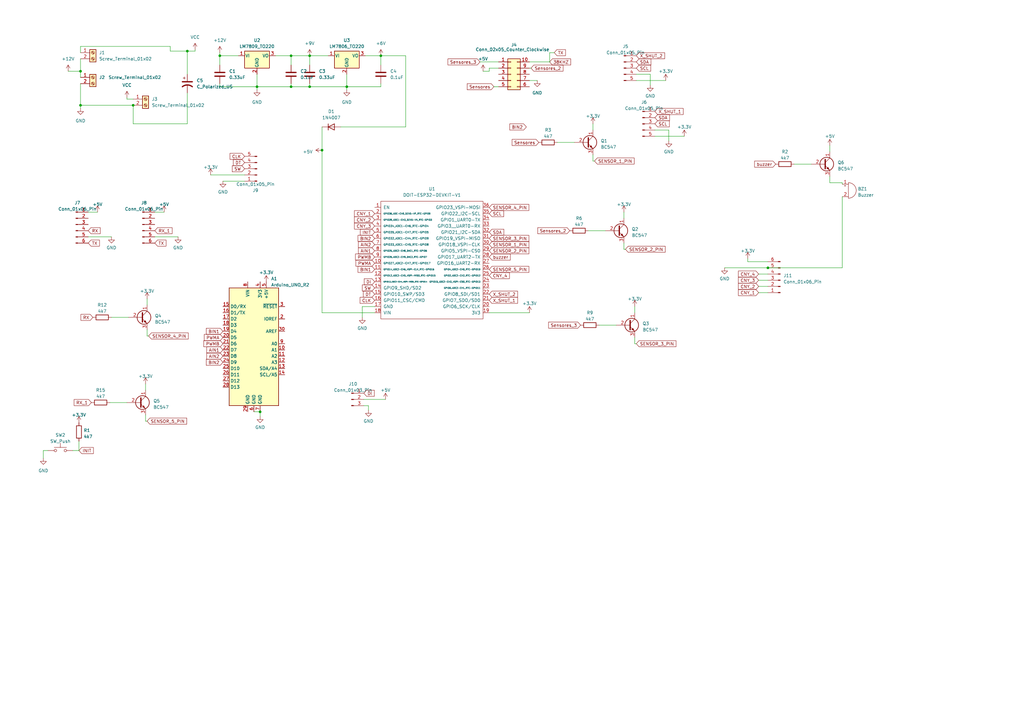
<source format=kicad_sch>
(kicad_sch (version 20230121) (generator eeschema)
  (paper "A3")
  (lib_symbols
    (symbol "Connector:Conn_01x03_Pin" (pin_names (offset 1.016) hide)
      (property "Reference" "J" (at 0 5.08 0))
      (property "Value" "Conn_01x03_Pin" (at 0 -5.08 0))
      (symbol "Conn_01x03_Pin_1_1"
        (polyline (pts (xy 1.27 -2.54) (xy 0.8636 -2.54)) (stroke (width 0.1524)))
        (polyline (pts (xy 1.27 0) (xy 0.8636 0)) (stroke (width 0.1524)))
        (polyline (pts (xy 1.27 2.54) (xy 0.8636 2.54)) (stroke (width 0.1524)))
        (rectangle (start 0.8636 -2.413) (end 0 -2.667) (stroke (width 0.1524)) (fill (type outline)))
        (rectangle (start 0.8636 0.127) (end 0 -0.127) (stroke (width 0.1524)) (fill (type outline)))
        (rectangle (start 0.8636 2.667) (end 0 2.413) (stroke (width 0.1524)) (fill (type outline)))
        (pin passive line (at 5.08 2.54 180) (length 3.81) (name "Pin_1") (number "1"))
        (pin passive line (at 5.08 0 180) (length 3.81) (name "Pin_2") (number "2"))
        (pin passive line (at 5.08 -2.54 180) (length 3.81) (name "Pin_3") (number "3"))
      )
    )
    (symbol "Connector:Conn_01x05_Pin" (pin_names (offset 1.016) hide)
      (property "Reference" "J" (at 0 7.62 0))
      (property "Value" "Conn_01x05_Pin" (at 0 -7.62 0))
      (symbol "Conn_01x05_Pin_1_1"
        (polyline (pts (xy 1.27 -5.08) (xy 0.8636 -5.08)) (stroke (width 0.1524)))
        (polyline (pts (xy 1.27 -2.54) (xy 0.8636 -2.54)) (stroke (width 0.1524)))
        (polyline (pts (xy 1.27 0) (xy 0.8636 0)) (stroke (width 0.1524)))
        (polyline (pts (xy 1.27 2.54) (xy 0.8636 2.54)) (stroke (width 0.1524)))
        (polyline (pts (xy 1.27 5.08) (xy 0.8636 5.08)) (stroke (width 0.1524)))
        (rectangle (start 0.8636 -4.953) (end 0 -5.207) (stroke (width 0.1524)) (fill (type outline)))
        (rectangle (start 0.8636 -2.413) (end 0 -2.667) (stroke (width 0.1524)) (fill (type outline)))
        (rectangle (start 0.8636 0.127) (end 0 -0.127) (stroke (width 0.1524)) (fill (type outline)))
        (rectangle (start 0.8636 2.667) (end 0 2.413) (stroke (width 0.1524)) (fill (type outline)))
        (rectangle (start 0.8636 5.207) (end 0 4.953) (stroke (width 0.1524)) (fill (type outline)))
        (pin passive line (at 5.08 5.08 180) (length 3.81) (name "Pin_1") (number "1"))
        (pin passive line (at 5.08 2.54 180) (length 3.81) (name "Pin_2") (number "2"))
        (pin passive line (at 5.08 0 180) (length 3.81) (name "Pin_3") (number "3"))
        (pin passive line (at 5.08 -2.54 180) (length 3.81) (name "Pin_4") (number "4"))
        (pin passive line (at 5.08 -5.08 180) (length 3.81) (name "Pin_5") (number "5"))
      )
    )
    (symbol "Connector:Conn_01x06_Pin" (pin_names (offset 1.016) hide)
      (property "Reference" "J" (at 0 7.62 0))
      (property "Value" "Conn_01x06_Pin" (at 0 -10.16 0))
      (symbol "Conn_01x06_Pin_1_1"
        (polyline (pts (xy 1.27 -7.62) (xy 0.8636 -7.62)) (stroke (width 0.1524)))
        (polyline (pts (xy 1.27 -5.08) (xy 0.8636 -5.08)) (stroke (width 0.1524)))
        (polyline (pts (xy 1.27 -2.54) (xy 0.8636 -2.54)) (stroke (width 0.1524)))
        (polyline (pts (xy 1.27 0) (xy 0.8636 0)) (stroke (width 0.1524)))
        (polyline (pts (xy 1.27 2.54) (xy 0.8636 2.54)) (stroke (width 0.1524)))
        (polyline (pts (xy 1.27 5.08) (xy 0.8636 5.08)) (stroke (width 0.1524)))
        (rectangle (start 0.8636 -7.493) (end 0 -7.747) (stroke (width 0.1524)) (fill (type outline)))
        (rectangle (start 0.8636 -4.953) (end 0 -5.207) (stroke (width 0.1524)) (fill (type outline)))
        (rectangle (start 0.8636 -2.413) (end 0 -2.667) (stroke (width 0.1524)) (fill (type outline)))
        (rectangle (start 0.8636 0.127) (end 0 -0.127) (stroke (width 0.1524)) (fill (type outline)))
        (rectangle (start 0.8636 2.667) (end 0 2.413) (stroke (width 0.1524)) (fill (type outline)))
        (rectangle (start 0.8636 5.207) (end 0 4.953) (stroke (width 0.1524)) (fill (type outline)))
        (pin passive line (at 5.08 5.08 180) (length 3.81) (name "Pin_1") (number "1"))
        (pin passive line (at 5.08 2.54 180) (length 3.81) (name "Pin_2") (number "2"))
        (pin passive line (at 5.08 0 180) (length 3.81) (name "Pin_3") (number "3"))
        (pin passive line (at 5.08 -2.54 180) (length 3.81) (name "Pin_4") (number "4"))
        (pin passive line (at 5.08 -5.08 180) (length 3.81) (name "Pin_5") (number "5"))
        (pin passive line (at 5.08 -7.62 180) (length 3.81) (name "Pin_6") (number "6"))
      )
    )
    (symbol "Connector:Screw_Terminal_01x02" (pin_names (offset 1.016) hide)
      (property "Reference" "J" (at 0 2.54 0))
      (property "Value" "Screw_Terminal_01x02" (at 0 -5.08 0))
      (symbol "Screw_Terminal_01x02_1_1"
        (rectangle (start -1.27 1.27) (end 1.27 -3.81) (stroke (width 0.254)) (fill (type background)))
        (circle (center 0 -2.54) (radius 0.635) (stroke (width 0.1524)))
        (polyline (pts (xy -0.5334 -2.2098) (xy 0.3302 -3.048)) (stroke (width 0.1524)))
        (polyline (pts (xy -0.5334 0.3302) (xy 0.3302 -0.508)) (stroke (width 0.1524)))
        (polyline (pts (xy -0.3556 -2.032) (xy 0.508 -2.8702)) (stroke (width 0.1524)))
        (polyline (pts (xy -0.3556 0.508) (xy 0.508 -0.3302)) (stroke (width 0.1524)))
        (circle (center 0 0) (radius 0.635) (stroke (width 0.1524)))
        (pin passive line (at -5.08 0 0) (length 3.81) (name "Pin_1") (number "1"))
        (pin passive line (at -5.08 -2.54 0) (length 3.81) (name "Pin_2") (number "2"))
      )
    )
    (symbol "Connector_Generic:Conn_02x05_Counter_Clockwise" (pin_names (offset 1.016) hide)
      (property "Reference" "J" (at 1.27 7.62 0))
      (property "Value" "Conn_02x05_Counter_Clockwise" (at 1.27 -7.62 0))
      (symbol "Conn_02x05_Counter_Clockwise_1_1"
        (rectangle (start -1.27 -4.953) (end 0 -5.207) (stroke (width 0.1524)))
        (rectangle (start -1.27 -2.413) (end 0 -2.667) (stroke (width 0.1524)))
        (rectangle (start -1.27 0.127) (end 0 -0.127) (stroke (width 0.1524)))
        (rectangle (start -1.27 2.667) (end 0 2.413) (stroke (width 0.1524)))
        (rectangle (start -1.27 5.207) (end 0 4.953) (stroke (width 0.1524)))
        (rectangle (start -1.27 6.35) (end 3.81 -6.35) (stroke (width 0.254)) (fill (type background)))
        (rectangle (start 3.81 -4.953) (end 2.54 -5.207) (stroke (width 0.1524)))
        (rectangle (start 3.81 -2.413) (end 2.54 -2.667) (stroke (width 0.1524)))
        (rectangle (start 3.81 0.127) (end 2.54 -0.127) (stroke (width 0.1524)))
        (rectangle (start 3.81 2.667) (end 2.54 2.413) (stroke (width 0.1524)))
        (rectangle (start 3.81 5.207) (end 2.54 4.953) (stroke (width 0.1524)))
        (pin passive line (at -5.08 5.08 0) (length 3.81) (name "Pin_1") (number "1"))
        (pin passive line (at 7.62 5.08 180) (length 3.81) (name "Pin_10") (number "10"))
        (pin passive line (at -5.08 2.54 0) (length 3.81) (name "Pin_2") (number "2"))
        (pin passive line (at -5.08 0 0) (length 3.81) (name "Pin_3") (number "3"))
        (pin passive line (at -5.08 -2.54 0) (length 3.81) (name "Pin_4") (number "4"))
        (pin passive line (at -5.08 -5.08 0) (length 3.81) (name "Pin_5") (number "5"))
        (pin passive line (at 7.62 -5.08 180) (length 3.81) (name "Pin_6") (number "6"))
        (pin passive line (at 7.62 -2.54 180) (length 3.81) (name "Pin_7") (number "7"))
        (pin passive line (at 7.62 0 180) (length 3.81) (name "Pin_8") (number "8"))
        (pin passive line (at 7.62 2.54 180) (length 3.81) (name "Pin_9") (number "9"))
      )
    )
    (symbol "Device:Buzzer" (pin_names (offset 0.0254) hide)
      (property "Reference" "BZ" (at 3.81 1.27 0))
      (property "Value" "Buzzer" (at 3.81 -1.27 0))
      (symbol "Buzzer_0_1"
        (arc (start 0 -3.175) (mid 3.1612 0) (end 0 3.175))
        (polyline (pts (xy -1.651 1.905) (xy -1.143 1.905)))
        (polyline (pts (xy -1.397 2.159) (xy -1.397 1.651)))
        (polyline (pts (xy 0 3.175) (xy 0 -3.175)))
      )
      (symbol "Buzzer_1_1"
        (pin passive line (at -2.54 2.54 0) (length 2.54) (name "-") (number "1"))
        (pin passive line (at -2.54 -2.54 0) (length 2.54) (name "+") (number "2"))
      )
    )
    (symbol "Device:C" (pin_numbers hide) (pin_names (offset 0.254))
      (property "Reference" "C" (at 0.635 2.54 0))
      (property "Value" "C" (at 0.635 -2.54 0))
      (symbol "C_0_1"
        (polyline (pts (xy -2.032 -0.762) (xy 2.032 -0.762)) (stroke (width 0.508)))
        (polyline (pts (xy -2.032 0.762) (xy 2.032 0.762)) (stroke (width 0.508)))
      )
      (symbol "C_1_1"
        (pin passive line (at 0 3.81 270) (length 2.794) (name "~") (number "1"))
        (pin passive line (at 0 -3.81 90) (length 2.794) (name "~") (number "2"))
      )
    )
    (symbol "Device:C_Polarized_US" (pin_numbers hide) (pin_names (offset 0.254) hide)
      (property "Reference" "C" (at 0.635 2.54 0))
      (property "Value" "C_Polarized_US" (at 0.635 -2.54 0))
      (symbol "C_Polarized_US_0_1"
        (polyline (pts (xy -2.032 0.762) (xy 2.032 0.762)) (stroke (width 0.508)))
        (polyline (pts (xy -1.778 2.286) (xy -0.762 2.286)))
        (polyline (pts (xy -1.27 1.778) (xy -1.27 2.794)))
        (arc (start 2.032 -1.27) (mid 0 -0.5572) (end -2.032 -1.27) (stroke (width 0.508)))
      )
      (symbol "C_Polarized_US_1_1"
        (pin passive line (at 0 3.81 270) (length 2.794) (name "~") (number "1"))
        (pin passive line (at 0 -3.81 90) (length 3.302) (name "~") (number "2"))
      )
    )
    (symbol "Device:R" (pin_numbers hide) (pin_names (offset 0))
      (property "Reference" "R" (at 2.032 0 90))
      (property "Value" "R" (at 0 0 90))
      (symbol "R_0_1"
        (rectangle (start -1.016 -2.54) (end 1.016 2.54) (stroke (width 0.254)))
      )
      (symbol "R_1_1"
        (pin passive line (at 0 3.81 270) (length 1.27) (name "~") (number "1"))
        (pin passive line (at 0 -3.81 90) (length 1.27) (name "~") (number "2"))
      )
    )
    (symbol "Diode:1N4007" (pin_numbers hide) (pin_names hide)
      (property "Reference" "D" (at 0 2.54 0))
      (property "Value" "1N4007" (at 0 -2.54 0))
      (symbol "1N4007_0_1"
        (polyline (pts (xy -1.27 1.27) (xy -1.27 -1.27)) (stroke (width 0.254)))
        (polyline (pts (xy 1.27 0) (xy -1.27 0)))
        (polyline (pts (xy 1.27 1.27) (xy 1.27 -1.27) (xy -1.27 0) (xy 1.27 1.27)) (stroke (width 0.254)))
      )
      (symbol "1N4007_1_1"
        (pin passive line (at -3.81 0 0) (length 2.54) (name "K") (number "1"))
        (pin passive line (at 3.81 0 180) (length 2.54) (name "A") (number "2"))
      )
    )
    (symbol "GND_4" (power) (pin_names (offset 0))
      (property "Value" "GND_4" (at 0 -3.81 0))
      (symbol "GND_4_0_1"
        (polyline (pts (xy 0 0) (xy 0 -1.27) (xy 1.27 -1.27) (xy 0 -2.54) (xy -1.27 -1.27) (xy 0 -1.27)))
      )
      (symbol "GND_4_1_1"
        (pin power_in line (at 0 0 270) (length 0) hide (name "GND") (number "1"))
      )
    )
    (symbol "MCU_Module:Arduino_UNO_R2"
      (property "Reference" "A" (at -10.16 23.495 0))
      (property "Value" "Arduino_UNO_R2" (at 5.08 -26.67 0))
      (symbol "Arduino_UNO_R2_0_1"
        (rectangle (start -10.16 22.86) (end 10.16 -25.4) (stroke (width 0.254)) (fill (type background)))
      )
      (symbol "Arduino_UNO_R2_1_1"
        (pin no_connect line (at -10.16 -20.32 0) (length 2.54) hide (name "NC") (number "1"))
        (pin bidirectional line (at 12.7 -2.54 180) (length 2.54) (name "A1") (number "10"))
        (pin bidirectional line (at 12.7 -5.08 180) (length 2.54) (name "A2") (number "11"))
        (pin bidirectional line (at 12.7 -7.62 180) (length 2.54) (name "A3") (number "12"))
        (pin bidirectional line (at 12.7 -10.16 180) (length 2.54) (name "SDA/A4") (number "13"))
        (pin bidirectional line (at 12.7 -12.7 180) (length 2.54) (name "SCL/A5") (number "14"))
        (pin bidirectional line (at -12.7 15.24 0) (length 2.54) (name "D0/RX") (number "15"))
        (pin bidirectional line (at -12.7 12.7 0) (length 2.54) (name "D1/TX") (number "16"))
        (pin bidirectional line (at -12.7 10.16 0) (length 2.54) (name "D2") (number "17"))
        (pin bidirectional line (at -12.7 7.62 0) (length 2.54) (name "D3") (number "18"))
        (pin bidirectional line (at -12.7 5.08 0) (length 2.54) (name "D4") (number "19"))
        (pin output line (at 12.7 10.16 180) (length 2.54) (name "IOREF") (number "2"))
        (pin bidirectional line (at -12.7 2.54 0) (length 2.54) (name "D5") (number "20"))
        (pin bidirectional line (at -12.7 0 0) (length 2.54) (name "D6") (number "21"))
        (pin bidirectional line (at -12.7 -2.54 0) (length 2.54) (name "D7") (number "22"))
        (pin bidirectional line (at -12.7 -5.08 0) (length 2.54) (name "D8") (number "23"))
        (pin bidirectional line (at -12.7 -7.62 0) (length 2.54) (name "D9") (number "24"))
        (pin bidirectional line (at -12.7 -10.16 0) (length 2.54) (name "D10") (number "25"))
        (pin bidirectional line (at -12.7 -12.7 0) (length 2.54) (name "D11") (number "26"))
        (pin bidirectional line (at -12.7 -15.24 0) (length 2.54) (name "D12") (number "27"))
        (pin bidirectional line (at -12.7 -17.78 0) (length 2.54) (name "D13") (number "28"))
        (pin power_in line (at -2.54 -27.94 90) (length 2.54) (name "GND") (number "29"))
        (pin input line (at 12.7 15.24 180) (length 2.54) (name "~{RESET}") (number "3"))
        (pin input line (at 12.7 5.08 180) (length 2.54) (name "AREF") (number "30"))
        (pin power_out line (at 2.54 25.4 270) (length 2.54) (name "3V3") (number "4"))
        (pin power_out line (at 5.08 25.4 270) (length 2.54) (name "+5V") (number "5"))
        (pin power_in line (at 0 -27.94 90) (length 2.54) (name "GND") (number "6"))
        (pin power_in line (at 2.54 -27.94 90) (length 2.54) (name "GND") (number "7"))
        (pin power_in line (at -2.54 25.4 270) (length 2.54) (name "VIN") (number "8"))
        (pin bidirectional line (at 12.7 0 180) (length 2.54) (name "A0") (number "9"))
      )
    )
    (symbol "Regulator_Linear:LM7806_TO220" (pin_names (offset 0.254))
      (property "Reference" "U" (at -3.81 3.175 0))
      (property "Value" "LM7806_TO220" (at 0 3.175 0))
      (symbol "LM7806_TO220_0_1"
        (rectangle (start -5.08 1.905) (end 5.08 -5.08) (stroke (width 0.254)) (fill (type background)))
      )
      (symbol "LM7806_TO220_1_1"
        (pin power_in line (at -7.62 0 0) (length 2.54) (name "VI") (number "1"))
        (pin power_in line (at 0 -7.62 90) (length 2.54) (name "GND") (number "2"))
        (pin power_out line (at 7.62 0 180) (length 2.54) (name "VO") (number "3"))
      )
    )
    (symbol "Regulator_Linear:LM7809_TO220" (pin_names (offset 0.254))
      (property "Reference" "U" (at -3.81 3.175 0))
      (property "Value" "LM7809_TO220" (at 0 3.175 0))
      (symbol "LM7809_TO220_0_1"
        (rectangle (start -5.08 1.905) (end 5.08 -5.08) (stroke (width 0.254)) (fill (type background)))
      )
      (symbol "LM7809_TO220_1_1"
        (pin power_in line (at -7.62 0 0) (length 2.54) (name "VI") (number "1"))
        (pin power_in line (at 0 -7.62 90) (length 2.54) (name "GND") (number "2"))
        (pin power_out line (at 7.62 0 180) (length 2.54) (name "VO") (number "3"))
      )
    )
    (symbol "Switch:SW_Push" (pin_numbers hide) (pin_names (offset 1.016) hide)
      (property "Reference" "SW" (at 1.27 2.54 0))
      (property "Value" "SW_Push" (at 0 -1.524 0))
      (symbol "SW_Push_0_1"
        (circle (center -2.032 0) (radius 0.508))
        (polyline (pts (xy 0 1.27) (xy 0 3.048)))
        (polyline (pts (xy 2.54 1.27) (xy -2.54 1.27)))
        (circle (center 2.032 0) (radius 0.508))
        (pin passive line (at -5.08 0 0) (length 2.54) (name "1") (number "1"))
        (pin passive line (at 5.08 0 180) (length 2.54) (name "2") (number "2"))
      )
    )
    (symbol "Transistor_BJT:BC547" (pin_names (offset 0) hide)
      (property "Reference" "Q" (at 5.08 1.905 0))
      (property "Value" "BC547" (at 5.08 0 0))
      (symbol "BC547_0_1"
        (polyline (pts (xy 0 0) (xy 0.635 0)))
        (polyline (pts (xy 0.635 0.635) (xy 2.54 2.54)))
        (polyline (pts (xy 0.635 -0.635) (xy 2.54 -2.54) (xy 2.54 -2.54)))
        (polyline (pts (xy 0.635 1.905) (xy 0.635 -1.905) (xy 0.635 -1.905)) (stroke (width 0.508)))
        (polyline (pts (xy 1.27 -1.778) (xy 1.778 -1.27) (xy 2.286 -2.286) (xy 1.27 -1.778) (xy 1.27 -1.778)) (fill (type outline)))
        (circle (center 1.27 0) (radius 2.8194) (stroke (width 0.254)))
      )
      (symbol "BC547_1_1"
        (pin passive line (at 2.54 5.08 270) (length 2.54) (name "C") (number "1"))
        (pin input line (at -5.08 0 0) (length 5.08) (name "B") (number "2"))
        (pin passive line (at 2.54 -5.08 90) (length 2.54) (name "E") (number "3"))
      )
    )
    (symbol "doit-esp32-devkit-v1:DOIT-ESP32-DEVKIT-V1" (pin_names (offset 1.016))
      (property "Reference" "U" (at -1.27 11.43 0))
      (property "Value" "DOIT-ESP32-DEVKIT-V1" (at 0 13.97 0))
      (symbol "DOIT-ESP32-DEVKIT-V1_0_1"
        (rectangle (start 20.32 10.16) (end -21.59 -38.1))
      )
      (symbol "DOIT-ESP32-DEVKIT-V1_1_1"
        (pin output line (at -24.13 7.62 0) (length 2.54) (name "EN") (number "1"))
        (pin bidirectional line (at -24.13 -15.24 0) (length 2.54) (name "GPIO27_ADC2-CH7_RTC-GPIO17") (number "10"))
        (pin bidirectional line (at -24.13 -17.78 0) (length 2.54) (name "GPIO14_ADC2-CH6_HSPI-CLK_RTC-GPIO16") (number "11"))
        (pin bidirectional line (at -24.13 -20.32 0) (length 2.54) (name "GPIO12_ADC2-CH5_HSPI-MISO_RTC-GPIO15") (number "12"))
        (pin bidirectional line (at -24.13 -22.86 0) (length 2.54) (name "GPIO13_ADC2-CH4_HSPI-MOSI_RTC-GPIO14") (number "13"))
        (pin unspecified line (at -24.13 -25.4 0) (length 2.54) (name "GPIO9_SHD/SD2") (number "14"))
        (pin unspecified line (at -24.13 -27.94 0) (length 2.54) (name "GPIO10_SWP/SD3") (number "15"))
        (pin unspecified line (at -24.13 -30.48 0) (length 2.54) (name "GPIO11_CSC/CMD") (number "16"))
        (pin bidirectional line (at -24.13 -33.02 0) (length 2.54) (name "GND") (number "17"))
        (pin bidirectional line (at -24.13 -35.56 0) (length 2.54) (name "VIN") (number "18"))
        (pin output line (at 22.86 -35.56 180) (length 2.54) (name "3V3") (number "19"))
        (pin bidirectional line (at -24.13 5.08 0) (length 2.54) (name "GPIO36_ADC-CH0_SENS-VP_RTC-GPIO0") (number "2"))
        (pin unspecified line (at 22.86 -33.02 180) (length 2.54) (name "GPIO6_SCK/CLK") (number "20"))
        (pin unspecified line (at 22.86 -30.48 180) (length 2.54) (name "GPIO7_SDO/SD0") (number "21"))
        (pin unspecified line (at 22.86 -27.94 180) (length 2.54) (name "GPIO8_SDI/SD1") (number "22"))
        (pin bidirectional line (at 22.86 -25.4 180) (length 2.54) (name "GPIO0_ADC2-CH1_RTC-GPIO11") (number "23"))
        (pin bidirectional line (at 22.86 -22.86 180) (length 2.54) (name "GPIO15_ADC2-CH3_HSPI-CS0_RTC-GPIO13") (number "24"))
        (pin bidirectional line (at 22.86 -20.32 180) (length 2.54) (name "GPIO2_ADC2-CH2_RTC-GPIO12") (number "25"))
        (pin bidirectional line (at 22.86 -17.78 180) (length 2.54) (name "GPIO4_ADC2-CH0_RTC-GPIO10") (number "26"))
        (pin bidirectional line (at 22.86 -15.24 180) (length 2.54) (name "GPIO16_UART2-RX") (number "27"))
        (pin bidirectional line (at 22.86 -12.7 180) (length 2.54) (name "GPIO17_UART2-TX") (number "28"))
        (pin bidirectional line (at 22.86 -10.16 180) (length 2.54) (name "GPIO5_VSPI-CS0") (number "29"))
        (pin bidirectional line (at -24.13 2.54 0) (length 2.54) (name "GPIO39_ADC1-CH3_SENS-VN_RTC-GPIO3") (number "3"))
        (pin bidirectional line (at 22.86 -7.62 180) (length 2.54) (name "GPIO18_VSPI-CLK") (number "30"))
        (pin bidirectional line (at 22.86 -5.08 180) (length 2.54) (name "GPIO19_VSPI-MISO") (number "31"))
        (pin bidirectional line (at 22.86 -2.54 180) (length 2.54) (name "GPIO21_I2C-SDA") (number "32"))
        (pin bidirectional line (at 22.86 0 180) (length 2.54) (name "GPIO3__UART0-RX") (number "33"))
        (pin bidirectional line (at 22.86 2.54 180) (length 2.54) (name "GPIO1_UART0-TX") (number "34"))
        (pin bidirectional line (at 22.86 5.08 180) (length 2.54) (name "GPIO22_I2C-SCL") (number "35"))
        (pin bidirectional line (at 22.86 7.62 180) (length 2.54) (name "GPIO23_VSPI-MOSI") (number "36"))
        (pin bidirectional line (at -24.13 0 0) (length 2.54) (name "GPIO34_ADC1-CH6_RTC-GPIO4") (number "4"))
        (pin bidirectional line (at -24.13 -2.54 0) (length 2.54) (name "GPIO35_ADC1-CH7_RTC-GPIO5") (number "5"))
        (pin bidirectional line (at -24.13 -5.08 0) (length 2.54) (name "GPIO32_ADC1-CH4_RTC-GPIO9") (number "6"))
        (pin bidirectional line (at -24.13 -7.62 0) (length 2.54) (name "GPIO33_ADC1-CH5_RTC-GPIO8") (number "7"))
        (pin bidirectional line (at -24.13 -10.16 0) (length 2.54) (name "GPIO25_ADC2-CH8_DAC1_RTC-GPIO6") (number "8"))
        (pin bidirectional line (at -24.13 -12.7 0) (length 2.54) (name "GPIO26_ADC2-CH9_DAC2_RTC-GPIO7") (number "9"))
      )
    )
    (symbol "power:+12V" (power) (pin_names (offset 0))
      (property "Value" "+12V" (at 0 3.556 0))
      (symbol "+12V_0_1"
        (polyline (pts (xy -0.762 1.27) (xy 0 2.54)))
        (polyline (pts (xy 0 0) (xy 0 2.54)))
        (polyline (pts (xy 0 2.54) (xy 0.762 1.27)))
      )
      (symbol "+12V_1_1"
        (pin power_in line (at 0 0 90) (length 0) hide (name "+12V") (number "1"))
      )
    )
    (symbol "power:+3.3V" (power) (pin_names (offset 0))
      (property "Value" "+3.3V" (at 0 3.556 0))
      (symbol "+3.3V_0_1"
        (polyline (pts (xy -0.762 1.27) (xy 0 2.54)))
        (polyline (pts (xy 0 0) (xy 0 2.54)))
        (polyline (pts (xy 0 2.54) (xy 0.762 1.27)))
      )
      (symbol "+3.3V_1_1"
        (pin power_in line (at 0 0 90) (length 0) hide (name "+3.3V") (number "1"))
      )
    )
    (symbol "power:+5V" (power) (pin_names (offset 0))
      (property "Value" "+5V" (at 0 3.556 0))
      (symbol "+5V_0_1"
        (polyline (pts (xy -0.762 1.27) (xy 0 2.54)))
        (polyline (pts (xy 0 0) (xy 0 2.54)))
        (polyline (pts (xy 0 2.54) (xy 0.762 1.27)))
      )
      (symbol "+5V_1_1"
        (pin power_in line (at 0 0 90) (length 0) hide (name "+5V") (number "1"))
      )
    )
    (symbol "power:+6V" (power) (pin_names (offset 0))
      (property "Value" "+6V" (at 0 3.556 0))
      (symbol "+6V_0_1"
        (polyline (pts (xy -0.762 1.27) (xy 0 2.54)))
        (polyline (pts (xy 0 0) (xy 0 2.54)))
        (polyline (pts (xy 0 2.54) (xy 0.762 1.27)))
      )
      (symbol "+6V_1_1"
        (pin power_in line (at 0 0 90) (length 0) hide (name "+6V") (number "1"))
      )
    )
    (symbol "power:+9V" (power) (pin_names (offset 0))
      (property "Value" "+9V" (at 0 3.556 0))
      (symbol "+9V_0_1"
        (polyline (pts (xy -0.762 1.27) (xy 0 2.54)))
        (polyline (pts (xy 0 0) (xy 0 2.54)))
        (polyline (pts (xy 0 2.54) (xy 0.762 1.27)))
      )
      (symbol "+9V_1_1"
        (pin power_in line (at 0 0 90) (length 0) hide (name "+9V") (number "1"))
      )
    )
    (symbol "power:GND" (power) (pin_names (offset 0))
      (property "Value" "GND" (at 0 -3.81 0))
      (symbol "GND_0_1"
        (polyline (pts (xy 0 0) (xy 0 -1.27) (xy 1.27 -1.27) (xy 0 -2.54) (xy -1.27 -1.27) (xy 0 -1.27)))
      )
      (symbol "GND_1_1"
        (pin power_in line (at 0 0 270) (length 0) hide (name "GND") (number "1"))
      )
    )
    (symbol "power:VCC" (power) (pin_names (offset 0))
      (property "Value" "VCC" (at 0 3.81 0))
      (symbol "VCC_0_1"
        (polyline (pts (xy -0.762 1.27) (xy 0 2.54)))
        (polyline (pts (xy 0 0) (xy 0 2.54)))
        (polyline (pts (xy 0 2.54) (xy 0.762 1.27)))
      )
      (symbol "VCC_1_1"
        (pin power_in line (at 0 0 90) (length 0) hide (name "VCC") (number "1"))
      )
    )
  )
  (junction (at 33.02 29.21))
  (junction (at 132.08 61.595))
  (junction (at 106.68 168.91))
  (junction (at 127 35.56))
  (junction (at 105.41 35.56))
  (junction (at 76.835 20.955))
  (junction (at 127 22.86))
  (junction (at 314.96 109.855))
  (junction (at 142.24 35.56))
  (junction (at 156.21 22.86))
  (junction (at 119.38 35.56))
  (junction (at 54.61 43.18))
  (junction (at 119.38 22.86))
  (junction (at 33.02 43.18))
  (junction (at 90.17 22.86))
  (wire (pts (xy 45.72 130.175) (xy 52.705 130.175)))
  (wire (pts (xy 260.35 138.43) (xy 260.35 140.97)))
  (wire (pts (xy 52.07 40.64) (xy 52.07 40.005)))
  (wire (pts (xy 225.425 21.59) (xy 225.425 25.4)))
  (wire (pts (xy 260.985 30.48) (xy 266.7 30.48)))
  (wire (pts (xy 60.325 137.795) (xy 60.96 137.795)))
  (wire (pts (xy 119.38 22.86) (xy 119.38 26.67)))
  (wire (pts (xy 27.94 29.21) (xy 33.02 29.21)))
  (wire (pts (xy 17.78 184.785) (xy 17.78 187.96)))
  (wire (pts (xy 33.02 34.29) (xy 33.02 43.18)))
  (wire (pts (xy 33.02 24.13) (xy 33.02 29.21)))
  (wire (pts (xy 36.195 86.995) (xy 40.005 86.995)))
  (wire (pts (xy 200.66 128.27) (xy 217.17 128.27)))
  (wire (pts (xy 142.24 35.56) (xy 156.21 35.56)))
  (wire (pts (xy 76.835 38.1) (xy 76.835 50.8)))
  (wire (pts (xy 132.08 61.595) (xy 132.08 128.27)))
  (wire (pts (xy 142.24 30.48) (xy 142.24 35.56)))
  (wire (pts (xy 245.745 133.35) (xy 252.73 133.35)))
  (wire (pts (xy 156.21 22.86) (xy 156.21 26.67)))
  (wire (pts (xy 105.41 30.48) (xy 105.41 35.56)))
  (wire (pts (xy 166.37 22.86) (xy 156.21 22.86)))
  (wire (pts (xy 260.985 33.02) (xy 273.05 33.02)))
  (wire (pts (xy 119.38 35.56) (xy 127 35.56)))
  (wire (pts (xy 32.385 184.785) (xy 32.385 180.975)))
  (wire (pts (xy 105.41 35.56) (xy 119.38 35.56)))
  (wire (pts (xy 33.02 19.05) (xy 33.02 21.59)))
  (wire (pts (xy 314.96 114.935) (xy 311.15 114.935)))
  (wire (pts (xy 139.7 52.07) (xy 166.37 52.07)))
  (wire (pts (xy 127 26.67) (xy 127 22.86)))
  (wire (pts (xy 36.195 97.155) (xy 45.72 97.155)))
  (wire (pts (xy 69.85 20.955) (xy 69.85 19.05)))
  (wire (pts (xy 76.835 50.8) (xy 54.61 50.8)))
  (wire (pts (xy 266.7 30.48) (xy 266.7 34.925)))
  (wire (pts (xy 127 35.56) (xy 142.24 35.56)))
  (wire (pts (xy 220.345 33.02) (xy 217.17 33.02)))
  (wire (pts (xy 314.96 112.395) (xy 311.15 112.395)))
  (wire (pts (xy 60.325 122.555) (xy 60.325 125.095)))
  (wire (pts (xy 142.24 35.56) (xy 142.24 36.83)))
  (wire (pts (xy 217.805 27.94) (xy 217.17 27.94)))
  (wire (pts (xy 325.755 67.31) (xy 332.74 67.31)))
  (wire (pts (xy 127 35.56) (xy 127 34.29)))
  (wire (pts (xy 104.14 168.91) (xy 106.68 168.91)))
  (wire (pts (xy 100.33 74.295) (xy 91.44 74.295)))
  (wire (pts (xy 196.85 25.4) (xy 204.47 25.4)))
  (wire (pts (xy 149.86 22.86) (xy 156.21 22.86)))
  (wire (pts (xy 243.205 66.04) (xy 243.84 66.04)))
  (wire (pts (xy 340.36 72.39) (xy 340.36 74.93)))
  (wire (pts (xy 76.835 20.955) (xy 76.835 30.48)))
  (wire (pts (xy 63.5 97.155) (xy 73.025 97.155)))
  (wire (pts (xy 59.69 170.18) (xy 59.69 172.72)))
  (wire (pts (xy 90.17 26.67) (xy 90.17 22.86)))
  (wire (pts (xy 148.59 125.73) (xy 148.59 130.175)))
  (wire (pts (xy 297.18 109.855) (xy 314.96 109.855)))
  (wire (pts (xy 306.705 107.315) (xy 306.705 106.045)))
  (wire (pts (xy 260.35 140.97) (xy 260.985 140.97)))
  (wire (pts (xy 149.225 166.37) (xy 151.13 166.37)))
  (wire (pts (xy 149.225 163.83) (xy 158.115 163.83)))
  (wire (pts (xy 54.61 50.8) (xy 54.61 43.18)))
  (wire (pts (xy 45.085 165.1) (xy 52.07 165.1)))
  (wire (pts (xy 29.845 184.785) (xy 32.385 184.785)))
  (wire (pts (xy 132.08 52.07) (xy 132.08 61.595)))
  (wire (pts (xy 345.44 74.93) (xy 345.44 75.565)))
  (wire (pts (xy 200.66 27.94) (xy 204.47 27.94)))
  (wire (pts (xy 60.325 135.255) (xy 60.325 137.795)))
  (wire (pts (xy 90.17 35.56) (xy 105.41 35.56)))
  (wire (pts (xy 33.02 19.05) (xy 69.85 19.05)))
  (wire (pts (xy 33.02 43.18) (xy 54.61 43.18)))
  (wire (pts (xy 105.41 35.56) (xy 105.41 36.83)))
  (wire (pts (xy 227.33 21.59) (xy 225.425 21.59)))
  (wire (pts (xy 268.605 55.88) (xy 280.67 55.88)))
  (wire (pts (xy 228.6 58.42) (xy 235.585 58.42)))
  (wire (pts (xy 314.96 117.475) (xy 311.15 117.475)))
  (wire (pts (xy 340.36 59.69) (xy 340.36 62.23)))
  (wire (pts (xy 198.12 29.21) (xy 200.66 29.21)))
  (wire (pts (xy 127 22.86) (xy 134.62 22.86)))
  (wire (pts (xy 340.36 74.93) (xy 345.44 74.93)))
  (wire (pts (xy 127 22.86) (xy 119.38 22.86)))
  (wire (pts (xy 274.32 53.34) (xy 274.32 57.785)))
  (wire (pts (xy 202.565 35.56) (xy 204.47 35.56)))
  (wire (pts (xy 345.44 80.645) (xy 345.44 109.855)))
  (wire (pts (xy 153.67 125.73) (xy 148.59 125.73)))
  (wire (pts (xy 306.705 107.315) (xy 314.96 107.315)))
  (wire (pts (xy 345.44 109.855) (xy 314.96 109.855)))
  (wire (pts (xy 132.08 128.27) (xy 153.67 128.27)))
  (wire (pts (xy 225.425 25.4) (xy 217.17 25.4)))
  (wire (pts (xy 260.35 125.73) (xy 260.35 128.27)))
  (wire (pts (xy 200.66 29.21) (xy 200.66 27.94)))
  (wire (pts (xy 59.69 157.48) (xy 59.69 160.02)))
  (wire (pts (xy 255.905 99.695) (xy 255.905 102.235)))
  (wire (pts (xy 156.21 35.56) (xy 156.21 34.29)))
  (wire (pts (xy 113.03 22.86) (xy 119.38 22.86)))
  (wire (pts (xy 90.17 35.56) (xy 90.17 34.29)))
  (wire (pts (xy 69.85 20.955) (xy 76.835 20.955)))
  (wire (pts (xy 63.5 86.995) (xy 67.31 86.995)))
  (wire (pts (xy 76.835 20.955) (xy 80.01 20.955)))
  (wire (pts (xy 100.33 71.755) (xy 86.36 71.755)))
  (wire (pts (xy 268.605 53.34) (xy 274.32 53.34)))
  (wire (pts (xy 90.17 22.86) (xy 97.79 22.86)))
  (wire (pts (xy 19.685 184.785) (xy 17.78 184.785)))
  (wire (pts (xy 243.205 50.8) (xy 243.205 53.34)))
  (wire (pts (xy 106.68 168.91) (xy 106.68 170.815)))
  (wire (pts (xy 241.3 94.615) (xy 248.285 94.615)))
  (wire (pts (xy 59.69 172.72) (xy 60.325 172.72)))
  (wire (pts (xy 54.61 40.64) (xy 52.07 40.64)))
  (wire (pts (xy 314.96 120.015) (xy 311.15 120.015)))
  (wire (pts (xy 33.02 43.18) (xy 33.02 44.45)))
  (wire (pts (xy 90.17 21.59) (xy 90.17 22.86)))
  (wire (pts (xy 119.38 35.56) (xy 119.38 34.29)))
  (wire (pts (xy 166.37 52.07) (xy 166.37 22.86)))
  (wire (pts (xy 255.905 86.995) (xy 255.905 89.535)))
  (wire (pts (xy 80.01 20.955) (xy 80.01 20.32)))
  (wire (pts (xy 33.02 29.21) (xy 33.02 31.75)))
  (wire (pts (xy 243.205 63.5) (xy 243.205 66.04)))
  (wire (pts (xy 151.13 166.37) (xy 151.13 168.275)))
  (wire (pts (xy 255.905 102.235) (xy 256.54 102.235)))
  (global_label "SENSOR_5_PIN" (shape input) (at 200.66 110.49 0) (property "Intersheetrefs" "${INTERSHEET_REFS}" (effects hide)))
  (global_label "RX" (shape input) (at 36.195 94.615 0) (property "Intersheetrefs" "${INTERSHEET_REFS}" (effects hide)))
  (global_label "Sensores_3" (shape input) (at 196.85 25.4 180) (property "Intersheetrefs" "${INTERSHEET_REFS}" (effects hide)))
  (global_label "Sensores_3" (shape input) (at 238.125 133.35 180) (property "Intersheetrefs" "${INTERSHEET_REFS}" (effects hide)))
  (global_label "buzzer" (shape input) (at 200.66 105.41 0) (property "Intersheetrefs" "${INTERSHEET_REFS}" (effects hide)))
  (global_label "SENSOR_3_PIN" (shape input) (at 200.66 97.79 0) (property "Intersheetrefs" "${INTERSHEET_REFS}" (effects hide)))
  (global_label "SCL" (shape input) (at 268.605 50.8 0) (property "Intersheetrefs" "${INTERSHEET_REFS}" (effects hide)))
  (global_label "BIN2" (shape input) (at 91.44 148.59 180) (property "Intersheetrefs" "${INTERSHEET_REFS}" (effects hide)))
  (global_label "BIN2" (shape input) (at 153.67 97.79 180) (property "Intersheetrefs" "${INTERSHEET_REFS}" (effects hide)))
  (global_label "SENSOR_2_PIN" (shape input) (at 200.66 102.87 0) (property "Intersheetrefs" "${INTERSHEET_REFS}" (effects hide)))
  (global_label "PWMB" (shape input) (at 153.67 105.41 180) (property "Intersheetrefs" "${INTERSHEET_REFS}" (effects hide)))
  (global_label "CNY_3" (shape input) (at 153.67 92.71 180) (property "Intersheetrefs" "${INTERSHEET_REFS}" (effects hide)))
  (global_label "DT" (shape input) (at 153.67 120.65 180) (property "Intersheetrefs" "${INTERSHEET_REFS}" (effects hide)))
  (global_label "SENSOR_2_PIN" (shape input) (at 256.54 102.235 0) (property "Intersheetrefs" "${INTERSHEET_REFS}" (effects hide)))
  (global_label "PWMB" (shape input) (at 91.44 140.97 180) (property "Intersheetrefs" "${INTERSHEET_REFS}" (effects hide)))
  (global_label "CLK" (shape input) (at 100.33 64.135 180) (property "Intersheetrefs" "${INTERSHEET_REFS}" (effects hide)))
  (global_label "AIN1" (shape input) (at 153.67 102.87 180) (property "Intersheetrefs" "${INTERSHEET_REFS}" (effects hide)))
  (global_label "AIN2" (shape input) (at 91.44 146.05 180) (property "Intersheetrefs" "${INTERSHEET_REFS}" (effects hide)))
  (global_label "INIT" (shape input) (at 32.385 184.785 0) (property "Intersheetrefs" "${INTERSHEET_REFS}" (effects hide)))
  (global_label "38KHZ" (shape input) (at 225.425 25.4 0) (property "Intersheetrefs" "${INTERSHEET_REFS}" (effects hide)))
  (global_label "Sensores_2" (shape input) (at 217.805 27.94 0) (property "Intersheetrefs" "${INTERSHEET_REFS}" (effects hide)))
  (global_label "BIN1" (shape input) (at 91.44 135.89 180) (property "Intersheetrefs" "${INTERSHEET_REFS}" (effects hide)))
  (global_label "SENSOR_4_PIN" (shape input) (at 200.66 85.09 0) (property "Intersheetrefs" "${INTERSHEET_REFS}" (effects hide)))
  (global_label "SCL" (shape input) (at 260.985 27.94 0) (property "Intersheetrefs" "${INTERSHEET_REFS}" (effects hide)))
  (global_label "TX" (shape input) (at 36.195 99.695 0) (property "Intersheetrefs" "${INTERSHEET_REFS}" (effects hide)))
  (global_label "CNY_3" (shape input) (at 311.15 114.935 180) (property "Intersheetrefs" "${INTERSHEET_REFS}" (effects hide)))
  (global_label "RX_1" (shape input) (at 63.5 94.615 0) (property "Intersheetrefs" "${INTERSHEET_REFS}" (effects hide)))
  (global_label "TX" (shape input) (at 63.5 99.695 0) (property "Intersheetrefs" "${INTERSHEET_REFS}" (effects hide)))
  (global_label "DT" (shape input) (at 100.33 66.675 180) (property "Intersheetrefs" "${INTERSHEET_REFS}" (effects hide)))
  (global_label "CNY_2" (shape input) (at 311.15 117.475 180) (property "Intersheetrefs" "${INTERSHEET_REFS}" (effects hide)))
  (global_label "SDA" (shape input) (at 260.985 25.4 0) (property "Intersheetrefs" "${INTERSHEET_REFS}" (effects hide)))
  (global_label "SW" (shape input) (at 153.67 118.11 180) (property "Intersheetrefs" "${INTERSHEET_REFS}" (effects hide)))
  (global_label "INIT" (shape input) (at 153.67 95.25 180) (property "Intersheetrefs" "${INTERSHEET_REFS}" (effects hide)))
  (global_label "X_SHUT_2" (shape input) (at 200.66 120.65 0) (property "Intersheetrefs" "${INTERSHEET_REFS}" (effects hide)))
  (global_label "SCL" (shape input) (at 200.66 87.63 0) (property "Intersheetrefs" "${INTERSHEET_REFS}" (effects hide)))
  (global_label "X_SHUT_1" (shape input) (at 200.66 123.19 0) (property "Intersheetrefs" "${INTERSHEET_REFS}" (effects hide)))
  (global_label "BIN1" (shape input) (at 153.67 110.49 180) (property "Intersheetrefs" "${INTERSHEET_REFS}" (effects hide)))
  (global_label "CNY_2" (shape input) (at 153.67 90.17 180) (property "Intersheetrefs" "${INTERSHEET_REFS}" (effects hide)))
  (global_label "X_SHUT_2" (shape input) (at 260.985 22.86 0) (property "Intersheetrefs" "${INTERSHEET_REFS}" (effects hide)))
  (global_label "SW" (shape input) (at 100.33 69.215 180) (property "Intersheetrefs" "${INTERSHEET_REFS}" (effects hide)))
  (global_label "SENSOR_1_PIN" (shape input) (at 243.84 66.04 0) (property "Intersheetrefs" "${INTERSHEET_REFS}" (effects hide)))
  (global_label "BIN2" (shape input) (at 215.9 52.07 180) (property "Intersheetrefs" "${INTERSHEET_REFS}" (effects hide)))
  (global_label "CNY_4" (shape input) (at 200.66 113.03 0) (property "Intersheetrefs" "${INTERSHEET_REFS}" (effects hide)))
  (global_label "SENSOR_4_PIN" (shape input) (at 60.96 137.795 0) (property "Intersheetrefs" "${INTERSHEET_REFS}" (effects hide)))
  (global_label "SDA" (shape input) (at 200.66 95.25 0) (property "Intersheetrefs" "${INTERSHEET_REFS}" (effects hide)))
  (global_label "buzzer" (shape input) (at 318.135 67.31 180) (property "Intersheetrefs" "${INTERSHEET_REFS}" (effects hide)))
  (global_label "RX" (shape input) (at 38.1 130.175 180) (property "Intersheetrefs" "${INTERSHEET_REFS}" (effects hide)))
  (global_label "CNY_1" (shape input) (at 311.15 120.015 180) (property "Intersheetrefs" "${INTERSHEET_REFS}" (effects hide)))
  (global_label "X_SHUT_1" (shape input) (at 268.605 45.72 0) (property "Intersheetrefs" "${INTERSHEET_REFS}" (effects hide)))
  (global_label "CNY_4" (shape input) (at 311.15 112.395 180) (property "Intersheetrefs" "${INTERSHEET_REFS}" (effects hide)))
  (global_label "AIN2" (shape input) (at 153.67 100.33 180) (property "Intersheetrefs" "${INTERSHEET_REFS}" (effects hide)))
  (global_label "SENSOR_3_PIN" (shape input) (at 260.985 140.97 0) (property "Intersheetrefs" "${INTERSHEET_REFS}" (effects hide)))
  (global_label "SENSOR_1_PIN" (shape input) (at 200.66 100.33 0) (property "Intersheetrefs" "${INTERSHEET_REFS}" (effects hide)))
  (global_label "SENSOR_5_PIN" (shape input) (at 60.325 172.72 0) (property "Intersheetrefs" "${INTERSHEET_REFS}" (effects hide)))
  (global_label "DI" (shape input) (at 149.225 161.29 0) (property "Intersheetrefs" "${INTERSHEET_REFS}" (effects hide)))
  (global_label "Sensores" (shape input) (at 202.565 35.56 180) (property "Intersheetrefs" "${INTERSHEET_REFS}" (effects hide)))
  (global_label "Sensores_2" (shape input) (at 233.68 94.615 180) (property "Intersheetrefs" "${INTERSHEET_REFS}" (effects hide)))
  (global_label "AIN1" (shape input) (at 91.44 143.51 180) (property "Intersheetrefs" "${INTERSHEET_REFS}" (effects hide)))
  (global_label "SDA" (shape input) (at 268.605 48.26 0) (property "Intersheetrefs" "${INTERSHEET_REFS}" (effects hide)))
  (global_label "DI" (shape input) (at 153.67 115.57 180) (property "Intersheetrefs" "${INTERSHEET_REFS}" (effects hide)))
  (global_label "CLK" (shape input) (at 153.67 123.19 180) (property "Intersheetrefs" "${INTERSHEET_REFS}" (effects hide)))
  (global_label "Sensores" (shape input) (at 220.98 58.42 180) (property "Intersheetrefs" "${INTERSHEET_REFS}" (effects hide)))
  (global_label "TX" (shape input) (at 227.33 21.59 0) (property "Intersheetrefs" "${INTERSHEET_REFS}" (effects hide)))
  (global_label "PWMA" (shape input) (at 91.44 138.43 180) (property "Intersheetrefs" "${INTERSHEET_REFS}" (effects hide)))
  (global_label "PWMA" (shape input) (at 153.67 107.95 180) (property "Intersheetrefs" "${INTERSHEET_REFS}" (effects hide)))
  (global_label "RX_1" (shape input) (at 37.465 165.1 180) (property "Intersheetrefs" "${INTERSHEET_REFS}" (effects hide)))
  (global_label "CNY_1" (shape input) (at 153.67 87.63 180) (property "Intersheetrefs" "${INTERSHEET_REFS}" (effects hide)))
  (symbol (lib_id "power:VCC") (at 80.01 20.32 0) (unit 1)
    (property "Reference" "#PWR02" (effects hide))
    (property "Value" "VCC" (at 80.01 15.24 0))
  )
  (symbol (lib_id "power:GND") (at 17.78 187.96 0) (unit 1)
    (property "Reference" "#PWR034" (effects hide))
    (property "Value" "GND" (at 17.78 193.04 0))
  )
  (symbol (lib_id "power:+5V") (at 198.12 29.21 0) (unit 1)
    (property "Reference" "#PWR011" (effects hide))
    (property "Value" "+5V" (at 198.12 24.13 0))
  )
  (symbol (lib_id "Switch:SW_Push") (at 24.765 184.785 0) (unit 1)
    (property "Reference" "SW2" (at 24.765 178.435 0))
    (property "Value" "SW_Push" (at 24.765 180.975 0))
    (property "Footprint" "Button_Switch_THT:SW_PUSH_6mm" (effects hide))
  )
  (symbol (lib_id "Device:R") (at 41.275 165.1 90) (unit 1)
    (property "Reference" "R15" (at 41.275 160.02 90))
    (property "Value" "4k7" (at 41.275 162.56 90))
    (property "Footprint" "Resistor_THT:R_Axial_DIN0204_L3.6mm_D1.6mm_P7.62mm_Horizontal" (effects hide))
  )
  (symbol (lib_id "Transistor_BJT:BC547") (at 257.81 133.35 0) (unit 1)
    (property "Reference" "Q3" (at 263.525 132.715 0) (effects (justify left)))
    (property "Value" "BC547" (at 263.525 135.255 0) (effects (justify left)))
    (property "Footprint" "Package_TO_SOT_THT:TO-92_Wide" (effects hide))
    (property "Datasheet" "https://www.onsemi.com/pub/Collateral/BC550-D.pdf" (effects hide))
  )
  (symbol (lib_id "Device:R") (at 41.91 130.175 90) (unit 1)
    (property "Reference" "R12" (at 41.91 125.095 90))
    (property "Value" "4k7" (at 41.91 127.635 90))
    (property "Footprint" "Resistor_THT:R_Axial_DIN0204_L3.6mm_D1.6mm_P7.62mm_Horizontal" (effects hide))
  )
  (symbol (lib_id "Regulator_Linear:LM7809_TO220") (at 105.41 22.86 0) (unit 1)
    (property "Reference" "U2" (at 105.41 16.51 0))
    (property "Value" "LM7809_TO220" (at 105.41 19.05 0))
    (property "Footprint" "Package_TO_SOT_THT:TO-220-3_Vertical" (effects hide))
    (property "Datasheet" "https://www.onsemi.cn/PowerSolutions/document/MC7800-D.PDF" (effects hide))
  )
  (symbol (lib_id "Transistor_BJT:BC547") (at 57.785 130.175 0) (unit 1)
    (property "Reference" "Q4" (at 63.5 129.54 0) (effects (justify left)))
    (property "Value" "BC547" (at 63.5 132.08 0) (effects (justify left)))
    (property "Footprint" "Package_TO_SOT_THT:TO-92_Wide" (effects hide))
    (property "Datasheet" "https://www.onsemi.com/pub/Collateral/BC550-D.pdf" (effects hide))
  )
  (symbol (lib_id "power:GND") (at 33.02 44.45 0) (unit 1)
    (property "Reference" "#PWR01" (effects hide))
    (property "Value" "GND" (at 33.02 49.53 0))
  )
  (symbol (lib_id "power:+3.3V") (at 280.67 55.88 0) (unit 1)
    (property "Reference" "#PWR023" (effects hide))
    (property "Value" "+3.3V" (at 280.67 52.07 0))
  )
  (symbol (lib_id "power:+3.3V") (at 86.36 71.755 0) (unit 1)
    (property "Reference" "#PWR031" (effects hide))
    (property "Value" "+3.3V" (at 86.36 68.58 0))
  )
  (symbol (lib_id "power:+9V") (at 127 22.86 0) (unit 1)
    (property "Reference" "#PWR06" (effects hide))
    (property "Value" "+9V" (at 127 17.78 0))
  )
  (symbol (lib_id "power:+3.3V") (at 60.325 122.555 0) (unit 1)
    (property "Reference" "#PWR017" (effects hide))
    (property "Value" "+3.3V" (at 60.325 119.38 0))
  )
  (symbol (lib_id "power:+3.3V") (at 255.905 86.995 0) (unit 1)
    (property "Reference" "#PWR015" (effects hide))
    (property "Value" "+3.3V" (at 255.905 83.82 0))
  )
  (symbol (lib_id "power:GND") (at 274.32 57.785 0) (unit 1)
    (property "Reference" "#PWR022" (effects hide))
    (property "Value" "GND" (at 274.32 62.23 0))
  )
  (symbol (lib_id "power:+3.3V") (at 217.17 128.27 0) (unit 1)
    (property "Reference" "#PWR024" (effects hide))
    (property "Value" "+3.3V" (at 217.17 124.46 0))
  )
  (symbol (lib_id "power:+3.3V") (at 273.05 33.02 0) (unit 1)
    (property "Reference" "#PWR020" (effects hide))
    (property "Value" "+3.3V" (at 273.05 29.21 0))
  )
  (symbol (lib_id "MCU_Module:Arduino_UNO_R2") (at 104.14 140.97 0) (unit 1)
    (property "Reference" "A1" (at 111.1759 114.3 0) (effects (justify left)))
    (property "Value" "Arduino_UNO_R2" (at 111.1759 116.84 0) (effects (justify left)))
    (property "Footprint" "Module:Arduino_UNO_R2" (effects hide))
    (property "Datasheet" "https://www.arduino.cc/en/Main/arduinoBoardUno" (effects hide))
  )
  (symbol (lib_id "Device:R") (at 237.49 94.615 90) (unit 1)
    (property "Reference" "R6" (at 237.49 89.535 90))
    (property "Value" "4k7" (at 237.49 92.075 90))
    (property "Footprint" "Resistor_THT:R_Axial_DIN0204_L3.6mm_D1.6mm_P7.62mm_Horizontal" (effects hide))
  )
  (symbol (lib_id "Device:C") (at 127 30.48 0) (unit 1)
    (property "Reference" "C3" (at 130.81 29.21 0) (effects (justify left)))
    (property "Value" "0.33uF" (at 130.81 31.75 0) (effects (justify left)))
    (property "Footprint" "Capacitor_THT:C_Disc_D4.3mm_W1.9mm_P5.00mm" (effects hide))
  )
  (symbol (lib_name "GND_4") (lib_id "power:GND") (at 297.18 109.855 0) (unit 1)
    (property "Reference" "#PWR036" (effects hide))
    (property "Value" "GND" (at 297.18 114.3 0))
  )
  (symbol (lib_id "power:+3.3V") (at 59.69 157.48 0) (unit 1)
    (property "Reference" "#PWR018" (effects hide))
    (property "Value" "+3.3V" (at 59.69 154.305 0))
  )
  (symbol (lib_id "Transistor_BJT:BC547") (at 253.365 94.615 0) (unit 1)
    (property "Reference" "Q2" (at 259.08 93.98 0) (effects (justify left)))
    (property "Value" "BC547" (at 259.08 96.52 0) (effects (justify left)))
    (property "Footprint" "Package_TO_SOT_THT:TO-92_Wide" (effects hide))
    (property "Datasheet" "https://www.onsemi.com/pub/Collateral/BC550-D.pdf" (effects hide))
  )
  (symbol (lib_id "Connector:Screw_Terminal_01x02") (at 38.1 31.75 0) (unit 1)
    (property "Reference" "J2" (at 40.64 31.75 0) (effects (justify left)))
    (property "Value" "Screw_Terminal_01x02" (at 44.45 31.75 0) (effects (justify left)))
    (property "Footprint" "Connector_AMASS:AMASS_XT60-M_1x02_P7.20mm_Vertical" (effects hide))
  )
  (symbol (lib_id "Connector:Conn_01x05_Pin") (at 105.41 69.215 180) (unit 1)
    (property "Reference" "J9" (at 104.775 78.105 0))
    (property "Value" "Conn_01x05_Pin" (at 104.775 75.565 0))
    (property "Footprint" "Connector_PinHeader_2.54mm:PinHeader_1x05_P2.54mm_Vertical" (effects hide))
  )
  (symbol (lib_id "power:+6V") (at 156.21 22.86 0) (unit 1)
    (property "Reference" "#PWR08" (effects hide))
    (property "Value" "+6V" (at 156.21 17.78 0))
  )
  (symbol (lib_id "power:+12V") (at 90.17 21.59 0) (unit 1)
    (property "Reference" "#PWR05" (effects hide))
    (property "Value" "+12V" (at 90.17 16.51 0))
  )
  (symbol (lib_id "power:+3.3V") (at 260.35 125.73 0) (unit 1)
    (property "Reference" "#PWR016" (effects hide))
    (property "Value" "+3.3V" (at 260.35 122.555 0))
  )
  (symbol (lib_id "power:GND") (at 45.72 97.155 0) (unit 1)
    (property "Reference" "#PWR026" (effects hide))
    (property "Value" "GND" (at 45.72 101.6 0))
  )
  (symbol (lib_id "power:+5V") (at 67.31 86.995 0) (unit 1)
    (property "Reference" "#PWR027" (effects hide))
    (property "Value" "+5V" (at 67.31 83.82 0))
  )
  (symbol (lib_id "Device:C") (at 156.21 30.48 0) (unit 1)
    (property "Reference" "C4" (at 160.02 29.21 0) (effects (justify left)))
    (property "Value" "0.1uF" (at 160.02 31.75 0) (effects (justify left)))
    (property "Footprint" "Capacitor_THT:C_Disc_D4.3mm_W1.9mm_P5.00mm" (effects hide))
  )
  (symbol (lib_id "power:+5V") (at 40.005 86.995 0) (unit 1)
    (property "Reference" "#PWR025" (effects hide))
    (property "Value" "+5V" (at 40.005 83.82 0))
  )
  (symbol (lib_id "power:GND") (at 105.41 36.83 0) (unit 1)
    (property "Reference" "#PWR03" (effects hide))
    (property "Value" "GND" (at 105.41 41.91 0))
  )
  (symbol (lib_id "Device:C_Polarized_US") (at 76.835 34.29 0) (unit 1)
    (property "Reference" "C5" (at 80.645 33.02 0) (effects (justify left)))
    (property "Value" "C_Polarized_US" (at 80.645 35.56 0) (effects (justify left)))
    (property "Footprint" "Capacitor_THT:CP_Radial_D8.0mm_P5.00mm" (effects hide))
  )
  (symbol (lib_id "doit-esp32-devkit-v1:DOIT-ESP32-DEVKIT-V1") (at 177.8 92.71 0) (unit 1)
    (property "Reference" "U1" (at 177.165 77.47 0))
    (property "Value" "DOIT-ESP32-DEVKIT-V1" (at 177.165 80.01 0))
    (property "Footprint" "doit-esp32-devkit-kicad-master:ESP32-DOIT-DEVKIT" (effects hide))
  )
  (symbol (lib_id "power:GND") (at 220.345 33.02 0) (unit 1)
    (property "Reference" "#PWR012" (effects hide))
    (property "Value" "GND" (at 220.345 38.1 0))
  )
  (symbol (lib_id "Connector:Screw_Terminal_01x02") (at 59.69 40.64 0) (unit 1)
    (property "Reference" "J3" (at 62.23 40.64 0) (effects (justify left)))
    (property "Value" "Screw_Terminal_01x02" (at 62.23 43.18 0) (effects (justify left)))
    (property "Footprint" "deans:DEANS" (effects hide))
  )
  (symbol (lib_id "power:+3.3V") (at 32.385 173.355 0) (unit 1)
    (property "Reference" "#PWR035" (effects hide))
    (property "Value" "+3.3V" (at 32.385 170.18 0))
  )
  (symbol (lib_id "power:+5V") (at 340.36 59.69 0) (unit 1)
    (property "Reference" "#PWR038" (effects hide))
    (property "Value" "+5V" (at 340.36 55.88 0))
  )
  (symbol (lib_id "power:GND") (at 151.13 168.275 0) (unit 1)
    (property "Reference" "#PWR033" (effects hide))
    (property "Value" "GND" (at 151.13 172.72 0))
  )
  (symbol (lib_id "Device:R") (at 241.935 133.35 90) (unit 1)
    (property "Reference" "R9" (at 241.935 128.27 90))
    (property "Value" "4k7" (at 241.935 130.81 90))
    (property "Footprint" "Resistor_THT:R_Axial_DIN0204_L3.6mm_D1.6mm_P7.62mm_Horizontal" (effects hide))
  )
  (symbol (lib_id "Connector:Conn_01x05_Pin") (at 263.525 50.8 0) (unit 1)
    (property "Reference" "J6" (at 264.16 41.91 0))
    (property "Value" "Conn_01x05_Pin" (at 264.16 44.45 0))
    (property "Footprint" "Connector_PinSocket_2.54mm:PinSocket_1x05_P2.54mm_Vertical" (effects hide))
  )
  (symbol (lib_id "power:GND") (at 106.68 170.815 0) (unit 1)
    (property "Reference" "#PWR019" (effects hide))
    (property "Value" "GND" (at 106.68 175.26 0))
  )
  (symbol (lib_id "Device:R") (at 32.385 177.165 180) (unit 1)
    (property "Reference" "R1" (at 34.29 176.53 0) (effects (justify right)))
    (property "Value" "4k7" (at 34.29 179.07 0) (effects (justify right)))
    (property "Footprint" "Resistor_THT:R_Axial_DIN0204_L3.6mm_D1.6mm_P7.62mm_Horizontal" (effects hide))
  )
  (symbol (lib_id "power:+5V") (at 132.08 61.595 90) (unit 1)
    (property "Reference" "#PWR014" (effects hide))
    (property "Value" "+5V" (at 128.27 62.23 90) (effects (justify left)))
  )
  (symbol (lib_id "Connector:Conn_01x06_Pin") (at 58.42 92.075 0) (unit 1)
    (property "Reference" "J8" (at 59.055 83.185 0))
    (property "Value" "Conn_01x06_Pin" (at 59.055 85.725 0))
    (property "Footprint" "Connector_PinSocket_2.54mm:PinSocket_1x06_P2.54mm_Vertical" (effects hide))
  )
  (symbol (lib_id "power:+5V") (at 158.115 163.83 0) (unit 1)
    (property "Reference" "#PWR032" (effects hide))
    (property "Value" "+5V" (at 158.115 160.02 0))
  )
  (symbol (lib_id "power:+3.3V") (at 109.22 115.57 0) (unit 1)
    (property "Reference" "#PWR029" (effects hide))
    (property "Value" "+3.3V" (at 109.22 111.76 0))
  )
  (symbol (lib_id "Connector:Screw_Terminal_01x02") (at 38.1 21.59 0) (unit 1)
    (property "Reference" "J1" (at 40.64 21.59 0) (effects (justify left)))
    (property "Value" "Screw_Terminal_01x02" (at 40.64 24.13 0) (effects (justify left)))
    (property "Footprint" "deans:DEANS" (effects hide))
  )
  (symbol (lib_id "power:+3.3V") (at 243.205 50.8 0) (unit 1)
    (property "Reference" "#PWR013" (effects hide))
    (property "Value" "+3.3V" (at 243.205 47.625 0))
  )
  (symbol (lib_id "Device:C") (at 90.17 30.48 0) (unit 1)
    (property "Reference" "C1" (at 93.98 29.21 0) (effects (justify left)))
    (property "Value" "0.33uF" (at 93.98 31.75 0) (effects (justify left)))
    (property "Footprint" "Capacitor_THT:C_Disc_D4.3mm_W1.9mm_P5.00mm" (effects hide))
  )
  (symbol (lib_id "power:GND") (at 266.7 34.925 0) (unit 1)
    (property "Reference" "#PWR021" (effects hide))
    (property "Value" "GND" (at 266.7 39.37 0))
  )
  (symbol (lib_id "power:+12V") (at 27.94 29.21 0) (unit 1)
    (property "Reference" "#PWR04" (effects hide))
    (property "Value" "+12V" (at 27.94 24.13 0))
  )
  (symbol (lib_id "power:VCC") (at 52.07 40.005 0) (unit 1)
    (property "Reference" "#PWR010" (effects hide))
    (property "Value" "VCC" (at 52.07 34.925 0))
  )
  (symbol (lib_id "Device:R") (at 224.79 58.42 90) (unit 1)
    (property "Reference" "R3" (at 224.79 53.34 90))
    (property "Value" "4k7" (at 224.79 55.88 90))
    (property "Footprint" "Resistor_THT:R_Axial_DIN0204_L3.6mm_D1.6mm_P7.62mm_Horizontal" (effects hide))
  )
  (symbol (lib_id "Connector:Conn_01x06_Pin") (at 320.04 114.935 180) (unit 1)
    (property "Reference" "J11" (at 321.31 113.03 0) (effects (justify right)))
    (property "Value" "Conn_01x06_Pin" (at 321.31 115.57 0) (effects (justify right)))
    (property "Footprint" "Connector_PinHeader_2.54mm:PinHeader_1x06_P2.54mm_Vertical" (effects hide))
  )
  (symbol (lib_id "Transistor_BJT:BC547") (at 240.665 58.42 0) (unit 1)
    (property "Reference" "Q1" (at 246.38 57.785 0) (effects (justify left)))
    (property "Value" "BC547" (at 246.38 60.325 0) (effects (justify left)))
    (property "Footprint" "Package_TO_SOT_THT:TO-92_Wide" (effects hide))
    (property "Datasheet" "https://www.onsemi.com/pub/Collateral/BC550-D.pdf" (effects hide))
  )
  (symbol (lib_id "power:GND") (at 148.59 130.175 0) (unit 1)
    (property "Reference" "#PWR09" (effects hide))
    (property "Value" "GND" (at 148.59 134.62 0))
  )
  (symbol (lib_id "Connector:Conn_01x06_Pin") (at 31.115 92.075 0) (unit 1)
    (property "Reference" "J7" (at 31.75 83.185 0))
    (property "Value" "Conn_01x06_Pin" (at 31.75 85.725 0))
    (property "Footprint" "Connector_PinSocket_2.54mm:PinSocket_1x06_P2.54mm_Vertical" (effects hide))
  )
  (symbol (lib_id "Device:R") (at 321.945 67.31 90) (unit 1)
    (property "Reference" "R2" (at 321.945 62.23 90))
    (property "Value" "4k7" (at 321.945 64.77 90))
    (property "Footprint" "Resistor_THT:R_Axial_DIN0204_L3.6mm_D1.6mm_P7.62mm_Horizontal" (effects hide))
  )
  (symbol (lib_id "Diode:1N4007") (at 135.89 52.07 0) (unit 1)
    (property "Reference" "D1" (at 135.89 45.72 0))
    (property "Value" "1N4007" (at 135.89 48.26 0))
    (property "Footprint" "Diode_THT:D_DO-41_SOD81_P10.16mm_Horizontal" (effects hide))
    (property "Datasheet" "http://www.vishay.com/docs/88503/1n4001.pdf" (effects hide))
    (property "Sim.Device" "D" (effects hide))
    (property "Sim.Pins" "1=K 2=A" (effects hide))
  )
  (symbol (lib_id "Connector:Conn_01x03_Pin") (at 144.145 163.83 0) (unit 1)
    (property "Reference" "J10" (at 144.78 157.48 0))
    (property "Value" "Conn_01x03_Pin" (at 144.78 160.02 0))
    (property "Footprint" "Connector_PinHeader_2.54mm:PinHeader_1x03_P2.54mm_Vertical" (effects hide))
  )
  (symbol (lib_id "Regulator_Linear:LM7806_TO220") (at 142.24 22.86 0) (unit 1)
    (property "Reference" "U3" (at 142.24 16.51 0))
    (property "Value" "LM7806_TO220" (at 142.24 19.05 0))
    (property "Footprint" "Package_TO_SOT_THT:TO-220-3_Vertical" (effects hide))
    (property "Datasheet" "https://www.onsemi.cn/PowerSolutions/document/MC7800-D.PDF" (effects hide))
  )
  (symbol (lib_id "power:GND") (at 91.44 74.295 0) (unit 1)
    (property "Reference" "#PWR030" (effects hide))
    (property "Value" "GND" (at 91.44 78.74 0))
  )
  (symbol (lib_id "Transistor_BJT:BC547") (at 337.82 67.31 0) (unit 1)
    (property "Reference" "Q6" (at 343.535 66.675 0) (effects (justify left)))
    (property "Value" "BC547" (at 343.535 69.215 0) (effects (justify left)))
    (property "Footprint" "Package_TO_SOT_THT:TO-92_Wide" (effects hide))
    (property "Datasheet" "https://www.onsemi.com/pub/Collateral/BC550-D.pdf" (effects hide))
  )
  (symbol (lib_id "Connector:Conn_01x05_Pin") (at 255.905 27.94 0) (unit 1)
    (property "Reference" "J5" (at 256.54 19.05 0))
    (property "Value" "Conn_01x05_Pin" (at 256.54 21.59 0))
    (property "Footprint" "Connector_PinSocket_2.54mm:PinSocket_1x05_P2.54mm_Vertical" (effects hide))
  )
  (symbol (lib_id "power:GND") (at 73.025 97.155 0) (unit 1)
    (property "Reference" "#PWR028" (effects hide))
    (property "Value" "GND" (at 73.025 101.6 0))
  )
  (symbol (lib_id "Device:C") (at 119.38 30.48 0) (unit 1)
    (property "Reference" "C2" (at 123.19 29.21 0) (effects (justify left)))
    (property "Value" "0.1uF" (at 123.19 31.75 0) (effects (justify left)))
    (property "Footprint" "Capacitor_THT:C_Disc_D4.3mm_W1.9mm_P5.00mm" (effects hide))
  )
  (symbol (lib_id "power:GND") (at 142.24 36.83 0) (unit 1)
    (property "Reference" "#PWR07" (effects hide))
    (property "Value" "GND" (at 142.24 41.91 0))
  )
  (symbol (lib_id "power:+3.3V") (at 306.705 106.045 0) (unit 1)
    (property "Reference" "#PWR037" (effects hide))
    (property "Value" "+3.3V" (at 306.705 102.87 0))
  )
  (symbol (lib_id "Transistor_BJT:BC547") (at 57.15 165.1 0) (unit 1)
    (property "Reference" "Q5" (at 62.865 164.465 0) (effects (justify left)))
    (property "Value" "BC547" (at 62.865 167.005 0) (effects (justify left)))
    (property "Footprint" "Package_TO_SOT_THT:TO-92_Wide" (effects hide))
    (property "Datasheet" "https://www.onsemi.com/pub/Collateral/BC550-D.pdf" (effects hide))
  )
  (symbol (lib_id "Connector_Generic:Conn_02x05_Counter_Clockwise") (at 209.55 30.48 0) (unit 1)
    (property "Reference" "J4" (at 210.82 18.415 0))
    (property "Value" "Conn_02x05_Counter_Clockwise" (at 210.185 20.32 0))
    (property "Footprint" "Connector_IDC:IDC-Header_2x05_P2.54mm_Vertical" (effects hide))
  )
  (symbol (lib_id "Device:Buzzer") (at 347.98 78.105 0) (unit 1)
    (property "Reference" "BZ1" (at 351.79 77.47 0) (effects (justify left)))
    (property "Value" "Buzzer" (at 351.79 80.01 0) (effects (justify left)))
    (property "Footprint" "Buzzer_Beeper:MagneticBuzzer_Kingstate_KCG0601" (effects hide))
  )
)
</source>
